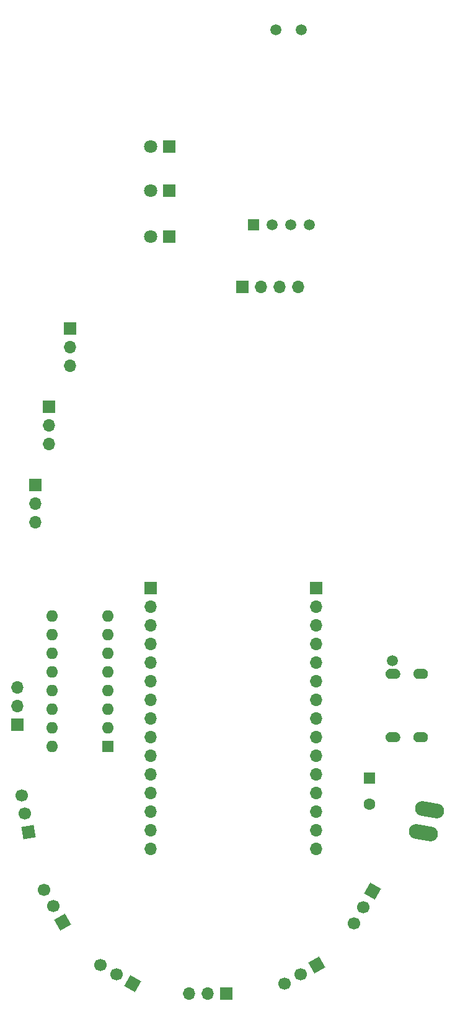
<source format=gbr>
%TF.GenerationSoftware,KiCad,Pcbnew,7.0.8*%
%TF.CreationDate,2024-08-01T15:22:41+02:00*%
%TF.ProjectId,Pflanzensensor,32303234-3036-4303-965f-50666c616e7a,rev?*%
%TF.SameCoordinates,Original*%
%TF.FileFunction,Soldermask,Bot*%
%TF.FilePolarity,Negative*%
%FSLAX46Y46*%
G04 Gerber Fmt 4.6, Leading zero omitted, Abs format (unit mm)*
G04 Created by KiCad (PCBNEW 7.0.8) date 2024-08-01 15:22:41*
%MOMM*%
%LPD*%
G01*
G04 APERTURE LIST*
G04 Aperture macros list*
%AMRoundRect*
0 Rectangle with rounded corners*
0 $1 Rounding radius*
0 $2 $3 $4 $5 $6 $7 $8 $9 X,Y pos of 4 corners*
0 Add a 4 corners polygon primitive as box body*
4,1,4,$2,$3,$4,$5,$6,$7,$8,$9,$2,$3,0*
0 Add four circle primitives for the rounded corners*
1,1,$1+$1,$2,$3*
1,1,$1+$1,$4,$5*
1,1,$1+$1,$6,$7*
1,1,$1+$1,$8,$9*
0 Add four rect primitives between the rounded corners*
20,1,$1+$1,$2,$3,$4,$5,0*
20,1,$1+$1,$4,$5,$6,$7,0*
20,1,$1+$1,$6,$7,$8,$9,0*
20,1,$1+$1,$8,$9,$2,$3,0*%
%AMHorizOval*
0 Thick line with rounded ends*
0 $1 width*
0 $2 $3 position (X,Y) of the first rounded end (center of the circle)*
0 $4 $5 position (X,Y) of the second rounded end (center of the circle)*
0 Add line between two ends*
20,1,$1,$2,$3,$4,$5,0*
0 Add two circle primitives to create the rounded ends*
1,1,$1,$2,$3*
1,1,$1,$4,$5*%
%AMRotRect*
0 Rectangle, with rotation*
0 The origin of the aperture is its center*
0 $1 length*
0 $2 width*
0 $3 Rotation angle, in degrees counterclockwise*
0 Add horizontal line*
21,1,$1,$2,0,0,$3*%
G04 Aperture macros list end*
%ADD10C,0.010000*%
%ADD11HorizOval,2.000000X-0.984808X0.173648X0.984808X-0.173648X0*%
%ADD12RotRect,1.700000X1.700000X330.000000*%
%ADD13HorizOval,1.700000X0.000000X0.000000X0.000000X0.000000X0*%
%ADD14R,1.800000X1.800000*%
%ADD15C,1.800000*%
%ADD16R,1.600000X1.600000*%
%ADD17O,1.600000X1.600000*%
%ADD18RotRect,1.700000X1.700000X240.000000*%
%ADD19HorizOval,1.700000X0.000000X0.000000X0.000000X0.000000X0*%
%ADD20RotRect,1.700000X1.700000X210.000000*%
%ADD21HorizOval,1.700000X0.000000X0.000000X0.000000X0.000000X0*%
%ADD22R,1.500000X1.500000*%
%ADD23C,1.500000*%
%ADD24R,1.700000X1.700000*%
%ADD25O,1.700000X1.700000*%
%ADD26RotRect,1.700000X1.700000X190.000000*%
%ADD27HorizOval,1.700000X0.000000X0.000000X0.000000X0.000000X0*%
%ADD28RotRect,1.700000X1.700000X300.000000*%
%ADD29HorizOval,1.700000X0.000000X0.000000X0.000000X0.000000X0*%
%ADD30RoundRect,0.750000X0.000000X0.000000X0.000000X0.000000X0.000000X0.000000X0.000000X0.000000X0*%
%ADD31C,1.600000*%
G04 APERTURE END LIST*
%TO.C,Vin*%
D10*
X85994000Y-121891000D02*
X86028000Y-121894000D01*
X86062000Y-121898000D01*
X86095000Y-121904000D01*
X86128000Y-121912000D01*
X86161000Y-121922000D01*
X86193000Y-121933000D01*
X86224000Y-121946000D01*
X86255000Y-121961000D01*
X86285000Y-121977000D01*
X86314000Y-121995000D01*
X86342000Y-122014000D01*
X86369000Y-122035000D01*
X86395000Y-122057000D01*
X86420000Y-122080000D01*
X86443000Y-122105000D01*
X86465000Y-122131000D01*
X86486000Y-122158000D01*
X86505000Y-122186000D01*
X86523000Y-122215000D01*
X86539000Y-122245000D01*
X86554000Y-122276000D01*
X86567000Y-122307000D01*
X86578000Y-122339000D01*
X86588000Y-122372000D01*
X86596000Y-122405000D01*
X86602000Y-122438000D01*
X86606000Y-122472000D01*
X86609000Y-122506000D01*
X86610000Y-122540000D01*
X86609000Y-122574000D01*
X86606000Y-122608000D01*
X86602000Y-122642000D01*
X86596000Y-122675000D01*
X86588000Y-122708000D01*
X86578000Y-122741000D01*
X86567000Y-122773000D01*
X86554000Y-122804000D01*
X86539000Y-122835000D01*
X86523000Y-122865000D01*
X86505000Y-122894000D01*
X86486000Y-122922000D01*
X86465000Y-122949000D01*
X86443000Y-122975000D01*
X86420000Y-123000000D01*
X86395000Y-123023000D01*
X86369000Y-123045000D01*
X86342000Y-123066000D01*
X86314000Y-123085000D01*
X86285000Y-123103000D01*
X86255000Y-123119000D01*
X86224000Y-123134000D01*
X86193000Y-123147000D01*
X86161000Y-123158000D01*
X86128000Y-123168000D01*
X86095000Y-123176000D01*
X86062000Y-123182000D01*
X86028000Y-123186000D01*
X85994000Y-123189000D01*
X85960000Y-123190000D01*
X85360000Y-123190000D01*
X85326000Y-123189000D01*
X85292000Y-123186000D01*
X85258000Y-123182000D01*
X85225000Y-123176000D01*
X85192000Y-123168000D01*
X85159000Y-123158000D01*
X85127000Y-123147000D01*
X85096000Y-123134000D01*
X85065000Y-123119000D01*
X85035000Y-123103000D01*
X85006000Y-123085000D01*
X84978000Y-123066000D01*
X84951000Y-123045000D01*
X84925000Y-123023000D01*
X84900000Y-123000000D01*
X84877000Y-122975000D01*
X84855000Y-122949000D01*
X84834000Y-122922000D01*
X84815000Y-122894000D01*
X84797000Y-122865000D01*
X84781000Y-122835000D01*
X84766000Y-122804000D01*
X84753000Y-122773000D01*
X84742000Y-122741000D01*
X84732000Y-122708000D01*
X84724000Y-122675000D01*
X84718000Y-122642000D01*
X84714000Y-122608000D01*
X84711000Y-122574000D01*
X84710000Y-122540000D01*
X84711000Y-122506000D01*
X84714000Y-122472000D01*
X84718000Y-122438000D01*
X84724000Y-122405000D01*
X84732000Y-122372000D01*
X84742000Y-122339000D01*
X84753000Y-122307000D01*
X84766000Y-122276000D01*
X84781000Y-122245000D01*
X84797000Y-122215000D01*
X84815000Y-122186000D01*
X84834000Y-122158000D01*
X84855000Y-122131000D01*
X84877000Y-122105000D01*
X84900000Y-122080000D01*
X84925000Y-122057000D01*
X84951000Y-122035000D01*
X84978000Y-122014000D01*
X85006000Y-121995000D01*
X85035000Y-121977000D01*
X85065000Y-121961000D01*
X85096000Y-121946000D01*
X85127000Y-121933000D01*
X85159000Y-121922000D01*
X85192000Y-121912000D01*
X85225000Y-121904000D01*
X85258000Y-121898000D01*
X85292000Y-121894000D01*
X85326000Y-121891000D01*
X85360000Y-121890000D01*
X85960000Y-121890000D01*
X85994000Y-121891000D01*
G36*
X85994000Y-121891000D02*
G01*
X86028000Y-121894000D01*
X86062000Y-121898000D01*
X86095000Y-121904000D01*
X86128000Y-121912000D01*
X86161000Y-121922000D01*
X86193000Y-121933000D01*
X86224000Y-121946000D01*
X86255000Y-121961000D01*
X86285000Y-121977000D01*
X86314000Y-121995000D01*
X86342000Y-122014000D01*
X86369000Y-122035000D01*
X86395000Y-122057000D01*
X86420000Y-122080000D01*
X86443000Y-122105000D01*
X86465000Y-122131000D01*
X86486000Y-122158000D01*
X86505000Y-122186000D01*
X86523000Y-122215000D01*
X86539000Y-122245000D01*
X86554000Y-122276000D01*
X86567000Y-122307000D01*
X86578000Y-122339000D01*
X86588000Y-122372000D01*
X86596000Y-122405000D01*
X86602000Y-122438000D01*
X86606000Y-122472000D01*
X86609000Y-122506000D01*
X86610000Y-122540000D01*
X86609000Y-122574000D01*
X86606000Y-122608000D01*
X86602000Y-122642000D01*
X86596000Y-122675000D01*
X86588000Y-122708000D01*
X86578000Y-122741000D01*
X86567000Y-122773000D01*
X86554000Y-122804000D01*
X86539000Y-122835000D01*
X86523000Y-122865000D01*
X86505000Y-122894000D01*
X86486000Y-122922000D01*
X86465000Y-122949000D01*
X86443000Y-122975000D01*
X86420000Y-123000000D01*
X86395000Y-123023000D01*
X86369000Y-123045000D01*
X86342000Y-123066000D01*
X86314000Y-123085000D01*
X86285000Y-123103000D01*
X86255000Y-123119000D01*
X86224000Y-123134000D01*
X86193000Y-123147000D01*
X86161000Y-123158000D01*
X86128000Y-123168000D01*
X86095000Y-123176000D01*
X86062000Y-123182000D01*
X86028000Y-123186000D01*
X85994000Y-123189000D01*
X85960000Y-123190000D01*
X85360000Y-123190000D01*
X85326000Y-123189000D01*
X85292000Y-123186000D01*
X85258000Y-123182000D01*
X85225000Y-123176000D01*
X85192000Y-123168000D01*
X85159000Y-123158000D01*
X85127000Y-123147000D01*
X85096000Y-123134000D01*
X85065000Y-123119000D01*
X85035000Y-123103000D01*
X85006000Y-123085000D01*
X84978000Y-123066000D01*
X84951000Y-123045000D01*
X84925000Y-123023000D01*
X84900000Y-123000000D01*
X84877000Y-122975000D01*
X84855000Y-122949000D01*
X84834000Y-122922000D01*
X84815000Y-122894000D01*
X84797000Y-122865000D01*
X84781000Y-122835000D01*
X84766000Y-122804000D01*
X84753000Y-122773000D01*
X84742000Y-122741000D01*
X84732000Y-122708000D01*
X84724000Y-122675000D01*
X84718000Y-122642000D01*
X84714000Y-122608000D01*
X84711000Y-122574000D01*
X84710000Y-122540000D01*
X84711000Y-122506000D01*
X84714000Y-122472000D01*
X84718000Y-122438000D01*
X84724000Y-122405000D01*
X84732000Y-122372000D01*
X84742000Y-122339000D01*
X84753000Y-122307000D01*
X84766000Y-122276000D01*
X84781000Y-122245000D01*
X84797000Y-122215000D01*
X84815000Y-122186000D01*
X84834000Y-122158000D01*
X84855000Y-122131000D01*
X84877000Y-122105000D01*
X84900000Y-122080000D01*
X84925000Y-122057000D01*
X84951000Y-122035000D01*
X84978000Y-122014000D01*
X85006000Y-121995000D01*
X85035000Y-121977000D01*
X85065000Y-121961000D01*
X85096000Y-121946000D01*
X85127000Y-121933000D01*
X85159000Y-121922000D01*
X85192000Y-121912000D01*
X85225000Y-121904000D01*
X85258000Y-121898000D01*
X85292000Y-121894000D01*
X85326000Y-121891000D01*
X85360000Y-121890000D01*
X85960000Y-121890000D01*
X85994000Y-121891000D01*
G37*
X89794000Y-121891000D02*
X89828000Y-121894000D01*
X89862000Y-121898000D01*
X89895000Y-121904000D01*
X89928000Y-121912000D01*
X89961000Y-121922000D01*
X89993000Y-121933000D01*
X90024000Y-121946000D01*
X90055000Y-121961000D01*
X90085000Y-121977000D01*
X90114000Y-121995000D01*
X90142000Y-122014000D01*
X90169000Y-122035000D01*
X90195000Y-122057000D01*
X90220000Y-122080000D01*
X90243000Y-122105000D01*
X90265000Y-122131000D01*
X90286000Y-122158000D01*
X90305000Y-122186000D01*
X90323000Y-122215000D01*
X90339000Y-122245000D01*
X90354000Y-122276000D01*
X90367000Y-122307000D01*
X90378000Y-122339000D01*
X90388000Y-122372000D01*
X90396000Y-122405000D01*
X90402000Y-122438000D01*
X90406000Y-122472000D01*
X90409000Y-122506000D01*
X90410000Y-122540000D01*
X90409000Y-122574000D01*
X90406000Y-122608000D01*
X90402000Y-122642000D01*
X90396000Y-122675000D01*
X90388000Y-122708000D01*
X90378000Y-122741000D01*
X90367000Y-122773000D01*
X90354000Y-122804000D01*
X90339000Y-122835000D01*
X90323000Y-122865000D01*
X90305000Y-122894000D01*
X90286000Y-122922000D01*
X90265000Y-122949000D01*
X90243000Y-122975000D01*
X90220000Y-123000000D01*
X90195000Y-123023000D01*
X90169000Y-123045000D01*
X90142000Y-123066000D01*
X90114000Y-123085000D01*
X90085000Y-123103000D01*
X90055000Y-123119000D01*
X90024000Y-123134000D01*
X89993000Y-123147000D01*
X89961000Y-123158000D01*
X89928000Y-123168000D01*
X89895000Y-123176000D01*
X89862000Y-123182000D01*
X89828000Y-123186000D01*
X89794000Y-123189000D01*
X89760000Y-123190000D01*
X89160000Y-123190000D01*
X89126000Y-123189000D01*
X89092000Y-123186000D01*
X89058000Y-123182000D01*
X89025000Y-123176000D01*
X88992000Y-123168000D01*
X88959000Y-123158000D01*
X88927000Y-123147000D01*
X88896000Y-123134000D01*
X88865000Y-123119000D01*
X88835000Y-123103000D01*
X88806000Y-123085000D01*
X88778000Y-123066000D01*
X88751000Y-123045000D01*
X88725000Y-123023000D01*
X88700000Y-123000000D01*
X88677000Y-122975000D01*
X88655000Y-122949000D01*
X88634000Y-122922000D01*
X88615000Y-122894000D01*
X88597000Y-122865000D01*
X88581000Y-122835000D01*
X88566000Y-122804000D01*
X88553000Y-122773000D01*
X88542000Y-122741000D01*
X88532000Y-122708000D01*
X88524000Y-122675000D01*
X88518000Y-122642000D01*
X88514000Y-122608000D01*
X88511000Y-122574000D01*
X88510000Y-122540000D01*
X88511000Y-122506000D01*
X88514000Y-122472000D01*
X88518000Y-122438000D01*
X88524000Y-122405000D01*
X88532000Y-122372000D01*
X88542000Y-122339000D01*
X88553000Y-122307000D01*
X88566000Y-122276000D01*
X88581000Y-122245000D01*
X88597000Y-122215000D01*
X88615000Y-122186000D01*
X88634000Y-122158000D01*
X88655000Y-122131000D01*
X88677000Y-122105000D01*
X88700000Y-122080000D01*
X88725000Y-122057000D01*
X88751000Y-122035000D01*
X88778000Y-122014000D01*
X88806000Y-121995000D01*
X88835000Y-121977000D01*
X88865000Y-121961000D01*
X88896000Y-121946000D01*
X88927000Y-121933000D01*
X88959000Y-121922000D01*
X88992000Y-121912000D01*
X89025000Y-121904000D01*
X89058000Y-121898000D01*
X89092000Y-121894000D01*
X89126000Y-121891000D01*
X89160000Y-121890000D01*
X89760000Y-121890000D01*
X89794000Y-121891000D01*
G36*
X89794000Y-121891000D02*
G01*
X89828000Y-121894000D01*
X89862000Y-121898000D01*
X89895000Y-121904000D01*
X89928000Y-121912000D01*
X89961000Y-121922000D01*
X89993000Y-121933000D01*
X90024000Y-121946000D01*
X90055000Y-121961000D01*
X90085000Y-121977000D01*
X90114000Y-121995000D01*
X90142000Y-122014000D01*
X90169000Y-122035000D01*
X90195000Y-122057000D01*
X90220000Y-122080000D01*
X90243000Y-122105000D01*
X90265000Y-122131000D01*
X90286000Y-122158000D01*
X90305000Y-122186000D01*
X90323000Y-122215000D01*
X90339000Y-122245000D01*
X90354000Y-122276000D01*
X90367000Y-122307000D01*
X90378000Y-122339000D01*
X90388000Y-122372000D01*
X90396000Y-122405000D01*
X90402000Y-122438000D01*
X90406000Y-122472000D01*
X90409000Y-122506000D01*
X90410000Y-122540000D01*
X90409000Y-122574000D01*
X90406000Y-122608000D01*
X90402000Y-122642000D01*
X90396000Y-122675000D01*
X90388000Y-122708000D01*
X90378000Y-122741000D01*
X90367000Y-122773000D01*
X90354000Y-122804000D01*
X90339000Y-122835000D01*
X90323000Y-122865000D01*
X90305000Y-122894000D01*
X90286000Y-122922000D01*
X90265000Y-122949000D01*
X90243000Y-122975000D01*
X90220000Y-123000000D01*
X90195000Y-123023000D01*
X90169000Y-123045000D01*
X90142000Y-123066000D01*
X90114000Y-123085000D01*
X90085000Y-123103000D01*
X90055000Y-123119000D01*
X90024000Y-123134000D01*
X89993000Y-123147000D01*
X89961000Y-123158000D01*
X89928000Y-123168000D01*
X89895000Y-123176000D01*
X89862000Y-123182000D01*
X89828000Y-123186000D01*
X89794000Y-123189000D01*
X89760000Y-123190000D01*
X89160000Y-123190000D01*
X89126000Y-123189000D01*
X89092000Y-123186000D01*
X89058000Y-123182000D01*
X89025000Y-123176000D01*
X88992000Y-123168000D01*
X88959000Y-123158000D01*
X88927000Y-123147000D01*
X88896000Y-123134000D01*
X88865000Y-123119000D01*
X88835000Y-123103000D01*
X88806000Y-123085000D01*
X88778000Y-123066000D01*
X88751000Y-123045000D01*
X88725000Y-123023000D01*
X88700000Y-123000000D01*
X88677000Y-122975000D01*
X88655000Y-122949000D01*
X88634000Y-122922000D01*
X88615000Y-122894000D01*
X88597000Y-122865000D01*
X88581000Y-122835000D01*
X88566000Y-122804000D01*
X88553000Y-122773000D01*
X88542000Y-122741000D01*
X88532000Y-122708000D01*
X88524000Y-122675000D01*
X88518000Y-122642000D01*
X88514000Y-122608000D01*
X88511000Y-122574000D01*
X88510000Y-122540000D01*
X88511000Y-122506000D01*
X88514000Y-122472000D01*
X88518000Y-122438000D01*
X88524000Y-122405000D01*
X88532000Y-122372000D01*
X88542000Y-122339000D01*
X88553000Y-122307000D01*
X88566000Y-122276000D01*
X88581000Y-122245000D01*
X88597000Y-122215000D01*
X88615000Y-122186000D01*
X88634000Y-122158000D01*
X88655000Y-122131000D01*
X88677000Y-122105000D01*
X88700000Y-122080000D01*
X88725000Y-122057000D01*
X88751000Y-122035000D01*
X88778000Y-122014000D01*
X88806000Y-121995000D01*
X88835000Y-121977000D01*
X88865000Y-121961000D01*
X88896000Y-121946000D01*
X88927000Y-121933000D01*
X88959000Y-121922000D01*
X88992000Y-121912000D01*
X89025000Y-121904000D01*
X89058000Y-121898000D01*
X89092000Y-121894000D01*
X89126000Y-121891000D01*
X89160000Y-121890000D01*
X89760000Y-121890000D01*
X89794000Y-121891000D01*
G37*
X85994000Y-113251000D02*
X86028000Y-113254000D01*
X86062000Y-113258000D01*
X86095000Y-113264000D01*
X86128000Y-113272000D01*
X86161000Y-113282000D01*
X86193000Y-113293000D01*
X86224000Y-113306000D01*
X86255000Y-113321000D01*
X86285000Y-113337000D01*
X86314000Y-113355000D01*
X86342000Y-113374000D01*
X86369000Y-113395000D01*
X86395000Y-113417000D01*
X86420000Y-113440000D01*
X86443000Y-113465000D01*
X86465000Y-113491000D01*
X86486000Y-113518000D01*
X86505000Y-113546000D01*
X86523000Y-113575000D01*
X86539000Y-113605000D01*
X86554000Y-113636000D01*
X86567000Y-113667000D01*
X86578000Y-113699000D01*
X86588000Y-113732000D01*
X86596000Y-113765000D01*
X86602000Y-113798000D01*
X86606000Y-113832000D01*
X86609000Y-113866000D01*
X86610000Y-113900000D01*
X86609000Y-113934000D01*
X86606000Y-113968000D01*
X86602000Y-114002000D01*
X86596000Y-114035000D01*
X86588000Y-114068000D01*
X86578000Y-114101000D01*
X86567000Y-114133000D01*
X86554000Y-114164000D01*
X86539000Y-114195000D01*
X86523000Y-114225000D01*
X86505000Y-114254000D01*
X86486000Y-114282000D01*
X86465000Y-114309000D01*
X86443000Y-114335000D01*
X86420000Y-114360000D01*
X86395000Y-114383000D01*
X86369000Y-114405000D01*
X86342000Y-114426000D01*
X86314000Y-114445000D01*
X86285000Y-114463000D01*
X86255000Y-114479000D01*
X86224000Y-114494000D01*
X86193000Y-114507000D01*
X86161000Y-114518000D01*
X86128000Y-114528000D01*
X86095000Y-114536000D01*
X86062000Y-114542000D01*
X86028000Y-114546000D01*
X85994000Y-114549000D01*
X85960000Y-114550000D01*
X85360000Y-114550000D01*
X85326000Y-114549000D01*
X85292000Y-114546000D01*
X85258000Y-114542000D01*
X85225000Y-114536000D01*
X85192000Y-114528000D01*
X85159000Y-114518000D01*
X85127000Y-114507000D01*
X85096000Y-114494000D01*
X85065000Y-114479000D01*
X85035000Y-114463000D01*
X85006000Y-114445000D01*
X84978000Y-114426000D01*
X84951000Y-114405000D01*
X84925000Y-114383000D01*
X84900000Y-114360000D01*
X84877000Y-114335000D01*
X84855000Y-114309000D01*
X84834000Y-114282000D01*
X84815000Y-114254000D01*
X84797000Y-114225000D01*
X84781000Y-114195000D01*
X84766000Y-114164000D01*
X84753000Y-114133000D01*
X84742000Y-114101000D01*
X84732000Y-114068000D01*
X84724000Y-114035000D01*
X84718000Y-114002000D01*
X84714000Y-113968000D01*
X84711000Y-113934000D01*
X84710000Y-113900000D01*
X84711000Y-113866000D01*
X84714000Y-113832000D01*
X84718000Y-113798000D01*
X84724000Y-113765000D01*
X84732000Y-113732000D01*
X84742000Y-113699000D01*
X84753000Y-113667000D01*
X84766000Y-113636000D01*
X84781000Y-113605000D01*
X84797000Y-113575000D01*
X84815000Y-113546000D01*
X84834000Y-113518000D01*
X84855000Y-113491000D01*
X84877000Y-113465000D01*
X84900000Y-113440000D01*
X84925000Y-113417000D01*
X84951000Y-113395000D01*
X84978000Y-113374000D01*
X85006000Y-113355000D01*
X85035000Y-113337000D01*
X85065000Y-113321000D01*
X85096000Y-113306000D01*
X85127000Y-113293000D01*
X85159000Y-113282000D01*
X85192000Y-113272000D01*
X85225000Y-113264000D01*
X85258000Y-113258000D01*
X85292000Y-113254000D01*
X85326000Y-113251000D01*
X85360000Y-113250000D01*
X85960000Y-113250000D01*
X85994000Y-113251000D01*
G36*
X85994000Y-113251000D02*
G01*
X86028000Y-113254000D01*
X86062000Y-113258000D01*
X86095000Y-113264000D01*
X86128000Y-113272000D01*
X86161000Y-113282000D01*
X86193000Y-113293000D01*
X86224000Y-113306000D01*
X86255000Y-113321000D01*
X86285000Y-113337000D01*
X86314000Y-113355000D01*
X86342000Y-113374000D01*
X86369000Y-113395000D01*
X86395000Y-113417000D01*
X86420000Y-113440000D01*
X86443000Y-113465000D01*
X86465000Y-113491000D01*
X86486000Y-113518000D01*
X86505000Y-113546000D01*
X86523000Y-113575000D01*
X86539000Y-113605000D01*
X86554000Y-113636000D01*
X86567000Y-113667000D01*
X86578000Y-113699000D01*
X86588000Y-113732000D01*
X86596000Y-113765000D01*
X86602000Y-113798000D01*
X86606000Y-113832000D01*
X86609000Y-113866000D01*
X86610000Y-113900000D01*
X86609000Y-113934000D01*
X86606000Y-113968000D01*
X86602000Y-114002000D01*
X86596000Y-114035000D01*
X86588000Y-114068000D01*
X86578000Y-114101000D01*
X86567000Y-114133000D01*
X86554000Y-114164000D01*
X86539000Y-114195000D01*
X86523000Y-114225000D01*
X86505000Y-114254000D01*
X86486000Y-114282000D01*
X86465000Y-114309000D01*
X86443000Y-114335000D01*
X86420000Y-114360000D01*
X86395000Y-114383000D01*
X86369000Y-114405000D01*
X86342000Y-114426000D01*
X86314000Y-114445000D01*
X86285000Y-114463000D01*
X86255000Y-114479000D01*
X86224000Y-114494000D01*
X86193000Y-114507000D01*
X86161000Y-114518000D01*
X86128000Y-114528000D01*
X86095000Y-114536000D01*
X86062000Y-114542000D01*
X86028000Y-114546000D01*
X85994000Y-114549000D01*
X85960000Y-114550000D01*
X85360000Y-114550000D01*
X85326000Y-114549000D01*
X85292000Y-114546000D01*
X85258000Y-114542000D01*
X85225000Y-114536000D01*
X85192000Y-114528000D01*
X85159000Y-114518000D01*
X85127000Y-114507000D01*
X85096000Y-114494000D01*
X85065000Y-114479000D01*
X85035000Y-114463000D01*
X85006000Y-114445000D01*
X84978000Y-114426000D01*
X84951000Y-114405000D01*
X84925000Y-114383000D01*
X84900000Y-114360000D01*
X84877000Y-114335000D01*
X84855000Y-114309000D01*
X84834000Y-114282000D01*
X84815000Y-114254000D01*
X84797000Y-114225000D01*
X84781000Y-114195000D01*
X84766000Y-114164000D01*
X84753000Y-114133000D01*
X84742000Y-114101000D01*
X84732000Y-114068000D01*
X84724000Y-114035000D01*
X84718000Y-114002000D01*
X84714000Y-113968000D01*
X84711000Y-113934000D01*
X84710000Y-113900000D01*
X84711000Y-113866000D01*
X84714000Y-113832000D01*
X84718000Y-113798000D01*
X84724000Y-113765000D01*
X84732000Y-113732000D01*
X84742000Y-113699000D01*
X84753000Y-113667000D01*
X84766000Y-113636000D01*
X84781000Y-113605000D01*
X84797000Y-113575000D01*
X84815000Y-113546000D01*
X84834000Y-113518000D01*
X84855000Y-113491000D01*
X84877000Y-113465000D01*
X84900000Y-113440000D01*
X84925000Y-113417000D01*
X84951000Y-113395000D01*
X84978000Y-113374000D01*
X85006000Y-113355000D01*
X85035000Y-113337000D01*
X85065000Y-113321000D01*
X85096000Y-113306000D01*
X85127000Y-113293000D01*
X85159000Y-113282000D01*
X85192000Y-113272000D01*
X85225000Y-113264000D01*
X85258000Y-113258000D01*
X85292000Y-113254000D01*
X85326000Y-113251000D01*
X85360000Y-113250000D01*
X85960000Y-113250000D01*
X85994000Y-113251000D01*
G37*
X89794000Y-113251000D02*
X89828000Y-113254000D01*
X89862000Y-113258000D01*
X89895000Y-113264000D01*
X89928000Y-113272000D01*
X89961000Y-113282000D01*
X89993000Y-113293000D01*
X90024000Y-113306000D01*
X90055000Y-113321000D01*
X90085000Y-113337000D01*
X90114000Y-113355000D01*
X90142000Y-113374000D01*
X90169000Y-113395000D01*
X90195000Y-113417000D01*
X90220000Y-113440000D01*
X90243000Y-113465000D01*
X90265000Y-113491000D01*
X90286000Y-113518000D01*
X90305000Y-113546000D01*
X90323000Y-113575000D01*
X90339000Y-113605000D01*
X90354000Y-113636000D01*
X90367000Y-113667000D01*
X90378000Y-113699000D01*
X90388000Y-113732000D01*
X90396000Y-113765000D01*
X90402000Y-113798000D01*
X90406000Y-113832000D01*
X90409000Y-113866000D01*
X90410000Y-113900000D01*
X90409000Y-113934000D01*
X90406000Y-113968000D01*
X90402000Y-114002000D01*
X90396000Y-114035000D01*
X90388000Y-114068000D01*
X90378000Y-114101000D01*
X90367000Y-114133000D01*
X90354000Y-114164000D01*
X90339000Y-114195000D01*
X90323000Y-114225000D01*
X90305000Y-114254000D01*
X90286000Y-114282000D01*
X90265000Y-114309000D01*
X90243000Y-114335000D01*
X90220000Y-114360000D01*
X90195000Y-114383000D01*
X90169000Y-114405000D01*
X90142000Y-114426000D01*
X90114000Y-114445000D01*
X90085000Y-114463000D01*
X90055000Y-114479000D01*
X90024000Y-114494000D01*
X89993000Y-114507000D01*
X89961000Y-114518000D01*
X89928000Y-114528000D01*
X89895000Y-114536000D01*
X89862000Y-114542000D01*
X89828000Y-114546000D01*
X89794000Y-114549000D01*
X89760000Y-114550000D01*
X89160000Y-114550000D01*
X89126000Y-114549000D01*
X89092000Y-114546000D01*
X89058000Y-114542000D01*
X89025000Y-114536000D01*
X88992000Y-114528000D01*
X88959000Y-114518000D01*
X88927000Y-114507000D01*
X88896000Y-114494000D01*
X88865000Y-114479000D01*
X88835000Y-114463000D01*
X88806000Y-114445000D01*
X88778000Y-114426000D01*
X88751000Y-114405000D01*
X88725000Y-114383000D01*
X88700000Y-114360000D01*
X88677000Y-114335000D01*
X88655000Y-114309000D01*
X88634000Y-114282000D01*
X88615000Y-114254000D01*
X88597000Y-114225000D01*
X88581000Y-114195000D01*
X88566000Y-114164000D01*
X88553000Y-114133000D01*
X88542000Y-114101000D01*
X88532000Y-114068000D01*
X88524000Y-114035000D01*
X88518000Y-114002000D01*
X88514000Y-113968000D01*
X88511000Y-113934000D01*
X88510000Y-113900000D01*
X88511000Y-113866000D01*
X88514000Y-113832000D01*
X88518000Y-113798000D01*
X88524000Y-113765000D01*
X88532000Y-113732000D01*
X88542000Y-113699000D01*
X88553000Y-113667000D01*
X88566000Y-113636000D01*
X88581000Y-113605000D01*
X88597000Y-113575000D01*
X88615000Y-113546000D01*
X88634000Y-113518000D01*
X88655000Y-113491000D01*
X88677000Y-113465000D01*
X88700000Y-113440000D01*
X88725000Y-113417000D01*
X88751000Y-113395000D01*
X88778000Y-113374000D01*
X88806000Y-113355000D01*
X88835000Y-113337000D01*
X88865000Y-113321000D01*
X88896000Y-113306000D01*
X88927000Y-113293000D01*
X88959000Y-113282000D01*
X88992000Y-113272000D01*
X89025000Y-113264000D01*
X89058000Y-113258000D01*
X89092000Y-113254000D01*
X89126000Y-113251000D01*
X89160000Y-113250000D01*
X89760000Y-113250000D01*
X89794000Y-113251000D01*
G36*
X89794000Y-113251000D02*
G01*
X89828000Y-113254000D01*
X89862000Y-113258000D01*
X89895000Y-113264000D01*
X89928000Y-113272000D01*
X89961000Y-113282000D01*
X89993000Y-113293000D01*
X90024000Y-113306000D01*
X90055000Y-113321000D01*
X90085000Y-113337000D01*
X90114000Y-113355000D01*
X90142000Y-113374000D01*
X90169000Y-113395000D01*
X90195000Y-113417000D01*
X90220000Y-113440000D01*
X90243000Y-113465000D01*
X90265000Y-113491000D01*
X90286000Y-113518000D01*
X90305000Y-113546000D01*
X90323000Y-113575000D01*
X90339000Y-113605000D01*
X90354000Y-113636000D01*
X90367000Y-113667000D01*
X90378000Y-113699000D01*
X90388000Y-113732000D01*
X90396000Y-113765000D01*
X90402000Y-113798000D01*
X90406000Y-113832000D01*
X90409000Y-113866000D01*
X90410000Y-113900000D01*
X90409000Y-113934000D01*
X90406000Y-113968000D01*
X90402000Y-114002000D01*
X90396000Y-114035000D01*
X90388000Y-114068000D01*
X90378000Y-114101000D01*
X90367000Y-114133000D01*
X90354000Y-114164000D01*
X90339000Y-114195000D01*
X90323000Y-114225000D01*
X90305000Y-114254000D01*
X90286000Y-114282000D01*
X90265000Y-114309000D01*
X90243000Y-114335000D01*
X90220000Y-114360000D01*
X90195000Y-114383000D01*
X90169000Y-114405000D01*
X90142000Y-114426000D01*
X90114000Y-114445000D01*
X90085000Y-114463000D01*
X90055000Y-114479000D01*
X90024000Y-114494000D01*
X89993000Y-114507000D01*
X89961000Y-114518000D01*
X89928000Y-114528000D01*
X89895000Y-114536000D01*
X89862000Y-114542000D01*
X89828000Y-114546000D01*
X89794000Y-114549000D01*
X89760000Y-114550000D01*
X89160000Y-114550000D01*
X89126000Y-114549000D01*
X89092000Y-114546000D01*
X89058000Y-114542000D01*
X89025000Y-114536000D01*
X88992000Y-114528000D01*
X88959000Y-114518000D01*
X88927000Y-114507000D01*
X88896000Y-114494000D01*
X88865000Y-114479000D01*
X88835000Y-114463000D01*
X88806000Y-114445000D01*
X88778000Y-114426000D01*
X88751000Y-114405000D01*
X88725000Y-114383000D01*
X88700000Y-114360000D01*
X88677000Y-114335000D01*
X88655000Y-114309000D01*
X88634000Y-114282000D01*
X88615000Y-114254000D01*
X88597000Y-114225000D01*
X88581000Y-114195000D01*
X88566000Y-114164000D01*
X88553000Y-114133000D01*
X88542000Y-114101000D01*
X88532000Y-114068000D01*
X88524000Y-114035000D01*
X88518000Y-114002000D01*
X88514000Y-113968000D01*
X88511000Y-113934000D01*
X88510000Y-113900000D01*
X88511000Y-113866000D01*
X88514000Y-113832000D01*
X88518000Y-113798000D01*
X88524000Y-113765000D01*
X88532000Y-113732000D01*
X88542000Y-113699000D01*
X88553000Y-113667000D01*
X88566000Y-113636000D01*
X88581000Y-113605000D01*
X88597000Y-113575000D01*
X88615000Y-113546000D01*
X88634000Y-113518000D01*
X88655000Y-113491000D01*
X88677000Y-113465000D01*
X88700000Y-113440000D01*
X88725000Y-113417000D01*
X88751000Y-113395000D01*
X88778000Y-113374000D01*
X88806000Y-113355000D01*
X88835000Y-113337000D01*
X88865000Y-113321000D01*
X88896000Y-113306000D01*
X88927000Y-113293000D01*
X88959000Y-113282000D01*
X88992000Y-113272000D01*
X89025000Y-113264000D01*
X89058000Y-113258000D01*
X89092000Y-113254000D01*
X89126000Y-113251000D01*
X89160000Y-113250000D01*
X89760000Y-113250000D01*
X89794000Y-113251000D01*
G37*
%TD*%
D11*
%TO.C,-*%
X89894005Y-135640746D03*
%TD*%
D12*
%TO.C,X5*%
X82906338Y-143544456D03*
D13*
X81636338Y-145744161D03*
X80366338Y-147943865D03*
%TD*%
D14*
%TO.C,LEDR1*%
X55169005Y-42025746D03*
D15*
X52629005Y-42025746D03*
%TD*%
D16*
%TO.C,IC1*%
X46789005Y-123805746D03*
D17*
X46789005Y-121265746D03*
X46789005Y-118725746D03*
X46789005Y-116185746D03*
X46789005Y-113645746D03*
X46789005Y-111105746D03*
X46789005Y-108565746D03*
X46789005Y-106025746D03*
X39169005Y-106025746D03*
X39169005Y-108565746D03*
X39169005Y-111105746D03*
X39169005Y-113645746D03*
X39169005Y-116185746D03*
X39169005Y-118725746D03*
X39169005Y-121265746D03*
X39169005Y-123805746D03*
%TD*%
D18*
%TO.C,X0*%
X50168219Y-156199385D03*
D19*
X47968514Y-154929385D03*
X45768810Y-153659385D03*
%TD*%
D20*
%TO.C,X3*%
X40569005Y-147825746D03*
D21*
X39299005Y-145626041D03*
X38029005Y-143426337D03*
%TD*%
D22*
%TO.C,DHT11*%
X66695221Y-52675044D03*
D23*
X69235221Y-52675044D03*
X71775221Y-52675044D03*
X74315221Y-52675044D03*
%TD*%
D24*
%TO.C,X2*%
X62919005Y-157500746D03*
D25*
X60379005Y-157500746D03*
X57839005Y-157500746D03*
%TD*%
D26*
%TO.C,X6*%
X35894005Y-135500746D03*
D27*
X35452939Y-132999334D03*
X35011872Y-130497923D03*
%TD*%
D28*
%TO.C,X4*%
X75293219Y-153674385D03*
D29*
X73093514Y-154944385D03*
X70893810Y-156214385D03*
%TD*%
D30*
%TO.C,gndpad*%
X85610000Y-112115000D03*
%TD*%
D24*
%TO.C,SD3*%
X36844005Y-88200746D03*
D25*
X36844005Y-90740746D03*
X36844005Y-93280746D03*
%TD*%
D14*
%TO.C,LEDG1*%
X55169005Y-54325746D03*
D15*
X52629005Y-54325746D03*
%TD*%
D24*
%TO.C,ESP1*%
X52612605Y-102250746D03*
D25*
X52612605Y-104790746D03*
X52612605Y-107330746D03*
X52612605Y-109870746D03*
X52612605Y-112410746D03*
X52612605Y-114950746D03*
X52612605Y-117490746D03*
X52612605Y-120030746D03*
X52612605Y-122570746D03*
X52612605Y-125110746D03*
X52612605Y-127650746D03*
X52612605Y-130190746D03*
X52612605Y-132730746D03*
X52612605Y-135270746D03*
X52612605Y-137810746D03*
%TD*%
D11*
%TO.C,+*%
X90744005Y-132440746D03*
%TD*%
D24*
%TO.C,X1*%
X34369005Y-120855746D03*
D25*
X34369005Y-118315746D03*
X34369005Y-115775746D03*
%TD*%
D24*
%TO.C,ESP2*%
X75244005Y-102250746D03*
D25*
X75244005Y-104790746D03*
X75244005Y-107330746D03*
X75244005Y-109870746D03*
X75244005Y-112410746D03*
X75244005Y-114950746D03*
X75244005Y-117490746D03*
X75244005Y-120030746D03*
X75244005Y-122570746D03*
X75244005Y-125110746D03*
X75244005Y-127650746D03*
X75244005Y-130190746D03*
X75244005Y-132730746D03*
X75244005Y-135270746D03*
X75244005Y-137810746D03*
%TD*%
D23*
%TO.C,PHR1*%
X73144005Y-26125746D03*
X69744005Y-26125746D03*
%TD*%
D14*
%TO.C,LEDY1*%
X55169005Y-48075746D03*
D15*
X52629005Y-48075746D03*
%TD*%
D24*
%TO.C,SD2*%
X38769005Y-77525746D03*
D25*
X38769005Y-80065746D03*
X38769005Y-82605746D03*
%TD*%
D24*
%TO.C,SD1*%
X41644005Y-66835746D03*
D25*
X41644005Y-69375746D03*
X41644005Y-71915746D03*
%TD*%
D16*
%TO.C,C1*%
X82519005Y-128175746D03*
D31*
X82519005Y-131675746D03*
%TD*%
D24*
%TO.C,DH1*%
X65116580Y-61161484D03*
D25*
X67656580Y-61161484D03*
X70196580Y-61161484D03*
X72736580Y-61161484D03*
%TD*%
M02*

</source>
